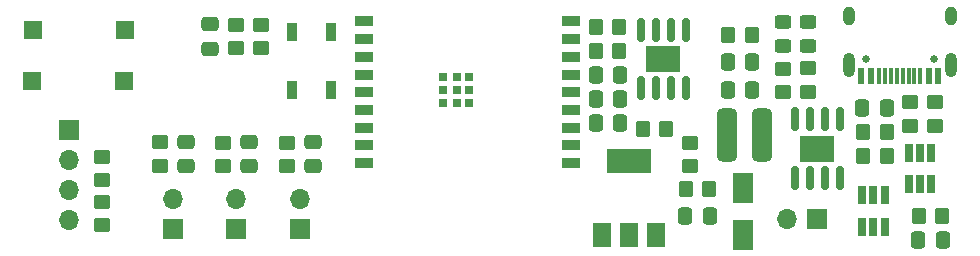
<source format=gbr>
%TF.GenerationSoftware,KiCad,Pcbnew,(6.0.8)*%
%TF.CreationDate,2023-04-29T21:49:54+02:00*%
%TF.ProjectId,Feniks,46656e69-6b73-42e6-9b69-6361645f7063,rev?*%
%TF.SameCoordinates,Original*%
%TF.FileFunction,Soldermask,Top*%
%TF.FilePolarity,Negative*%
%FSLAX46Y46*%
G04 Gerber Fmt 4.6, Leading zero omitted, Abs format (unit mm)*
G04 Created by KiCad (PCBNEW (6.0.8)) date 2023-04-29 21:49:54*
%MOMM*%
%LPD*%
G01*
G04 APERTURE LIST*
G04 Aperture macros list*
%AMRoundRect*
0 Rectangle with rounded corners*
0 $1 Rounding radius*
0 $2 $3 $4 $5 $6 $7 $8 $9 X,Y pos of 4 corners*
0 Add a 4 corners polygon primitive as box body*
4,1,4,$2,$3,$4,$5,$6,$7,$8,$9,$2,$3,0*
0 Add four circle primitives for the rounded corners*
1,1,$1+$1,$2,$3*
1,1,$1+$1,$4,$5*
1,1,$1+$1,$6,$7*
1,1,$1+$1,$8,$9*
0 Add four rect primitives between the rounded corners*
20,1,$1+$1,$2,$3,$4,$5,0*
20,1,$1+$1,$4,$5,$6,$7,0*
20,1,$1+$1,$6,$7,$8,$9,0*
20,1,$1+$1,$8,$9,$2,$3,0*%
G04 Aperture macros list end*
%ADD10RoundRect,0.250000X0.337500X0.475000X-0.337500X0.475000X-0.337500X-0.475000X0.337500X-0.475000X0*%
%ADD11RoundRect,0.250000X-0.450000X0.350000X-0.450000X-0.350000X0.450000X-0.350000X0.450000X0.350000X0*%
%ADD12RoundRect,0.250000X-0.475000X0.337500X-0.475000X-0.337500X0.475000X-0.337500X0.475000X0.337500X0*%
%ADD13R,1.800000X2.500000*%
%ADD14RoundRect,0.250000X0.450000X-0.350000X0.450000X0.350000X-0.450000X0.350000X-0.450000X-0.350000X0*%
%ADD15R,0.650000X1.560000*%
%ADD16RoundRect,0.150000X-0.150000X0.825000X-0.150000X-0.825000X0.150000X-0.825000X0.150000X0.825000X0*%
%ADD17R,3.000000X2.290000*%
%ADD18RoundRect,0.250000X0.350000X0.450000X-0.350000X0.450000X-0.350000X-0.450000X0.350000X-0.450000X0*%
%ADD19RoundRect,0.250000X0.450000X-0.325000X0.450000X0.325000X-0.450000X0.325000X-0.450000X-0.325000X0*%
%ADD20R,1.700000X1.700000*%
%ADD21O,1.700000X1.700000*%
%ADD22RoundRect,0.250000X-0.337500X-0.475000X0.337500X-0.475000X0.337500X0.475000X-0.337500X0.475000X0*%
%ADD23R,1.500000X0.900000*%
%ADD24R,0.700000X0.700000*%
%ADD25RoundRect,0.437500X-0.437500X1.812500X-0.437500X-1.812500X0.437500X-1.812500X0.437500X1.812500X0*%
%ADD26RoundRect,0.250000X0.475000X-0.337500X0.475000X0.337500X-0.475000X0.337500X-0.475000X-0.337500X0*%
%ADD27R,1.500000X1.500000*%
%ADD28RoundRect,0.150000X0.150000X-0.825000X0.150000X0.825000X-0.150000X0.825000X-0.150000X-0.825000X0*%
%ADD29RoundRect,0.250000X-0.350000X-0.450000X0.350000X-0.450000X0.350000X0.450000X-0.350000X0.450000X0*%
%ADD30R,1.500000X2.000000*%
%ADD31R,3.800000X2.000000*%
%ADD32C,0.650000*%
%ADD33R,0.600000X1.450000*%
%ADD34R,0.300000X1.450000*%
%ADD35O,1.000000X2.100000*%
%ADD36O,1.000000X1.600000*%
%ADD37R,0.900000X1.500000*%
G04 APERTURE END LIST*
D10*
%TO.C,C3*%
X110420500Y-106375000D03*
X108345500Y-106375000D03*
%TD*%
D11*
%TO.C,R10*%
X113038000Y-104575000D03*
X113038000Y-106575000D03*
%TD*%
D12*
%TO.C,C11*%
X73198000Y-110772500D03*
X73198000Y-112847500D03*
%TD*%
D13*
%TO.C,D3*%
X109583000Y-118675000D03*
X109583000Y-114675000D03*
%TD*%
D10*
%TO.C,C5*%
X110425500Y-104050000D03*
X108350500Y-104050000D03*
%TD*%
D14*
%TO.C,R20*%
X105098000Y-112840000D03*
X105098000Y-110840000D03*
%TD*%
D15*
%TO.C,U2*%
X125563000Y-111680000D03*
X124613000Y-111680000D03*
X123663000Y-111680000D03*
X123663000Y-114380000D03*
X124613000Y-114380000D03*
X125563000Y-114380000D03*
%TD*%
D16*
%TO.C,U5*%
X104788000Y-101300000D03*
X103518000Y-101300000D03*
X102248000Y-101300000D03*
X100978000Y-101300000D03*
X100978000Y-106250000D03*
X102248000Y-106250000D03*
X103518000Y-106250000D03*
X104788000Y-106250000D03*
D17*
X102883000Y-103775000D03*
%TD*%
D18*
%TO.C,R18*%
X121775500Y-112014000D03*
X119775500Y-112014000D03*
%TD*%
D19*
%TO.C,D2*%
X113038000Y-102675000D03*
X113038000Y-100625000D03*
%TD*%
D20*
%TO.C,J2*%
X52578000Y-109738000D03*
D21*
X52578000Y-112278000D03*
X52578000Y-114818000D03*
X52578000Y-117358000D03*
%TD*%
D22*
%TO.C,C7*%
X97170500Y-105100000D03*
X99245500Y-105100000D03*
%TD*%
%TO.C,C12*%
X97170500Y-109190000D03*
X99245500Y-109190000D03*
%TD*%
D14*
%TO.C,R1*%
X70988000Y-112847500D03*
X70988000Y-110847500D03*
%TD*%
%TO.C,R4*%
X55372000Y-114030000D03*
X55372000Y-112030000D03*
%TD*%
D18*
%TO.C,R21*%
X103128000Y-109650000D03*
X101128000Y-109650000D03*
%TD*%
D22*
%TO.C,C4*%
X124456500Y-119126000D03*
X126531500Y-119126000D03*
%TD*%
D23*
%TO.C,U4*%
X95038000Y-112575000D03*
X95038000Y-111075000D03*
X95038000Y-109575000D03*
X95038000Y-108075000D03*
X95038000Y-106575000D03*
X95038000Y-105075000D03*
X95038000Y-103575000D03*
X95038000Y-102075000D03*
X95038000Y-100575000D03*
X77538000Y-100575000D03*
X77538000Y-102075000D03*
X77538000Y-103575000D03*
X77538000Y-105075000D03*
X77538000Y-106575000D03*
X77538000Y-108075000D03*
X77538000Y-109575000D03*
X77538000Y-111075000D03*
X77538000Y-112575000D03*
D24*
X84228000Y-107475000D03*
X85378000Y-107475000D03*
X86428000Y-107475000D03*
X86428000Y-106375000D03*
X85378000Y-106375000D03*
X84228000Y-106375000D03*
X84228000Y-105275000D03*
X86428000Y-105275000D03*
X85378000Y-105275000D03*
%TD*%
D10*
%TO.C,C6*%
X106825500Y-117094000D03*
X104750500Y-117094000D03*
%TD*%
D25*
%TO.C,L1*%
X111238000Y-110200000D03*
X108238000Y-110200000D03*
%TD*%
D11*
%TO.C,R5*%
X125838000Y-107400000D03*
X125838000Y-109400000D03*
%TD*%
D20*
%TO.C,NTC3*%
X61343000Y-118165000D03*
D21*
X61343000Y-115625000D03*
%TD*%
D11*
%TO.C,R6*%
X123763000Y-107400000D03*
X123763000Y-109400000D03*
%TD*%
D20*
%TO.C,NTC2*%
X66713000Y-118165000D03*
D21*
X66713000Y-115625000D03*
%TD*%
D26*
%TO.C,C1*%
X64484000Y-102891500D03*
X64484000Y-100816500D03*
%TD*%
D27*
%TO.C,SW3*%
X49440000Y-105664000D03*
X57240000Y-105664000D03*
%TD*%
D28*
%TO.C,U1*%
X113983000Y-113825000D03*
X115253000Y-113825000D03*
X116523000Y-113825000D03*
X117793000Y-113825000D03*
X117793000Y-108875000D03*
X116523000Y-108875000D03*
X115253000Y-108875000D03*
X113983000Y-108875000D03*
D17*
X115888000Y-111350000D03*
%TD*%
D14*
%TO.C,R15*%
X68834000Y-102854000D03*
X68834000Y-100854000D03*
%TD*%
D15*
%TO.C,U3*%
X119718000Y-118000000D03*
X120668000Y-118000000D03*
X121618000Y-118000000D03*
X121618000Y-115300000D03*
X120668000Y-115300000D03*
X119718000Y-115300000D03*
%TD*%
D29*
%TO.C,R8*%
X97138000Y-101030000D03*
X99138000Y-101030000D03*
%TD*%
D14*
%TO.C,R14*%
X55372000Y-117840000D03*
X55372000Y-115840000D03*
%TD*%
D30*
%TO.C,U6*%
X97688000Y-118700000D03*
X99988000Y-118700000D03*
D31*
X99988000Y-112400000D03*
D30*
X102288000Y-118700000D03*
%TD*%
D22*
%TO.C,C2*%
X119700500Y-107950000D03*
X121775500Y-107950000D03*
%TD*%
D20*
%TO.C,SW1*%
X115847000Y-117348000D03*
D21*
X113307000Y-117348000D03*
%TD*%
D32*
%TO.C,J1*%
X125778000Y-103750000D03*
X119998000Y-103750000D03*
D33*
X126138000Y-105195000D03*
X125338000Y-105195000D03*
D34*
X124138000Y-105195000D03*
X123138000Y-105195000D03*
X122638000Y-105195000D03*
X121638000Y-105195000D03*
D33*
X120438000Y-105195000D03*
X119638000Y-105195000D03*
X119638000Y-105195000D03*
X120438000Y-105195000D03*
D34*
X121138000Y-105195000D03*
X122138000Y-105195000D03*
X123638000Y-105195000D03*
X124638000Y-105195000D03*
D33*
X125338000Y-105195000D03*
X126138000Y-105195000D03*
D35*
X127208000Y-104280000D03*
D36*
X118568000Y-100100000D03*
X127208000Y-100100000D03*
D35*
X118568000Y-104280000D03*
%TD*%
D11*
%TO.C,R16*%
X66684000Y-100854000D03*
X66684000Y-102854000D03*
%TD*%
D27*
%TO.C,SW2*%
X49475000Y-101346000D03*
X57275000Y-101346000D03*
%TD*%
D22*
%TO.C,C8*%
X97170500Y-107150000D03*
X99245500Y-107150000D03*
%TD*%
D12*
%TO.C,C10*%
X67828000Y-110772500D03*
X67828000Y-112847500D03*
%TD*%
D11*
%TO.C,R9*%
X115138000Y-104550000D03*
X115138000Y-106550000D03*
%TD*%
D14*
%TO.C,R3*%
X60248000Y-112810000D03*
X60248000Y-110810000D03*
%TD*%
D12*
%TO.C,C9*%
X62458000Y-110772500D03*
X62458000Y-112847500D03*
%TD*%
D20*
%TO.C,NTC1*%
X72083000Y-118165000D03*
D21*
X72083000Y-115625000D03*
%TD*%
D37*
%TO.C,D4*%
X71463000Y-106400000D03*
X74763000Y-106400000D03*
X74763000Y-101500000D03*
X71463000Y-101500000D03*
%TD*%
D18*
%TO.C,R17*%
X110388000Y-101750000D03*
X108388000Y-101750000D03*
%TD*%
%TO.C,R7*%
X99138000Y-103050000D03*
X97138000Y-103050000D03*
%TD*%
%TO.C,R12*%
X121775500Y-109982000D03*
X119775500Y-109982000D03*
%TD*%
D14*
%TO.C,R2*%
X65618000Y-112847500D03*
X65618000Y-110847500D03*
%TD*%
D19*
%TO.C,D1*%
X115138000Y-102675000D03*
X115138000Y-100625000D03*
%TD*%
D18*
%TO.C,R19*%
X106783000Y-114775000D03*
X104783000Y-114775000D03*
%TD*%
%TO.C,R13*%
X126494000Y-117094000D03*
X124494000Y-117094000D03*
%TD*%
M02*

</source>
